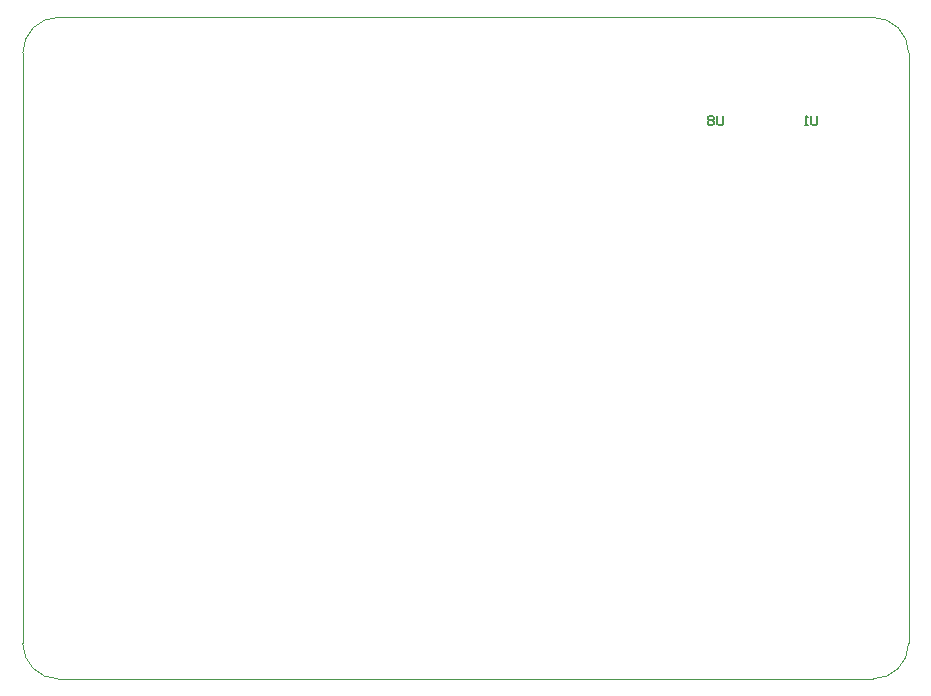
<source format=gm1>
G04*
G04 #@! TF.GenerationSoftware,Altium Limited,Altium Designer,24.2.2 (26)*
G04*
G04 Layer_Color=16711935*
%FSLAX44Y44*%
%MOMM*%
G71*
G04*
G04 #@! TF.SameCoordinates,E4E63788-C9BD-4034-8D98-A8616A57BAF2*
G04*
G04*
G04 #@! TF.FilePolarity,Positive*
G04*
G01*
G75*
%ADD12C,0.1500*%
%ADD18C,0.1000*%
D12*
X672750Y466747D02*
Y460083D01*
X671417Y458750D01*
X668751D01*
X667418Y460083D01*
Y466747D01*
X664753Y458750D02*
X662087D01*
X663420D01*
Y466747D01*
X664753Y465415D01*
X593250Y466747D02*
Y460083D01*
X591917Y458750D01*
X589251D01*
X587918Y460083D01*
Y466747D01*
X585253Y465415D02*
X583920Y466747D01*
X581254D01*
X579921Y465415D01*
Y464082D01*
X581254Y462749D01*
X579921Y461416D01*
Y460083D01*
X581254Y458750D01*
X583920D01*
X585253Y460083D01*
Y461416D01*
X583920Y462749D01*
X585253Y464082D01*
Y465415D01*
X583920Y462749D02*
X581254D01*
D18*
X0Y20000D02*
G03*
X30000Y-10000I30000J-0D01*
G01*
X720000Y-10000D02*
G03*
X750000Y20000I0J30000D01*
G01*
Y520000D02*
G03*
X720000Y550000I-30000J0D01*
G01*
X30000D02*
G03*
X-0Y520000I0J-30000D01*
G01*
X30000Y-10000D02*
X720000Y-10000D01*
X750000Y20000D02*
Y520000D01*
X30000Y550000D02*
X720000D01*
X-0Y520000D02*
X0Y20000D01*
M02*

</source>
